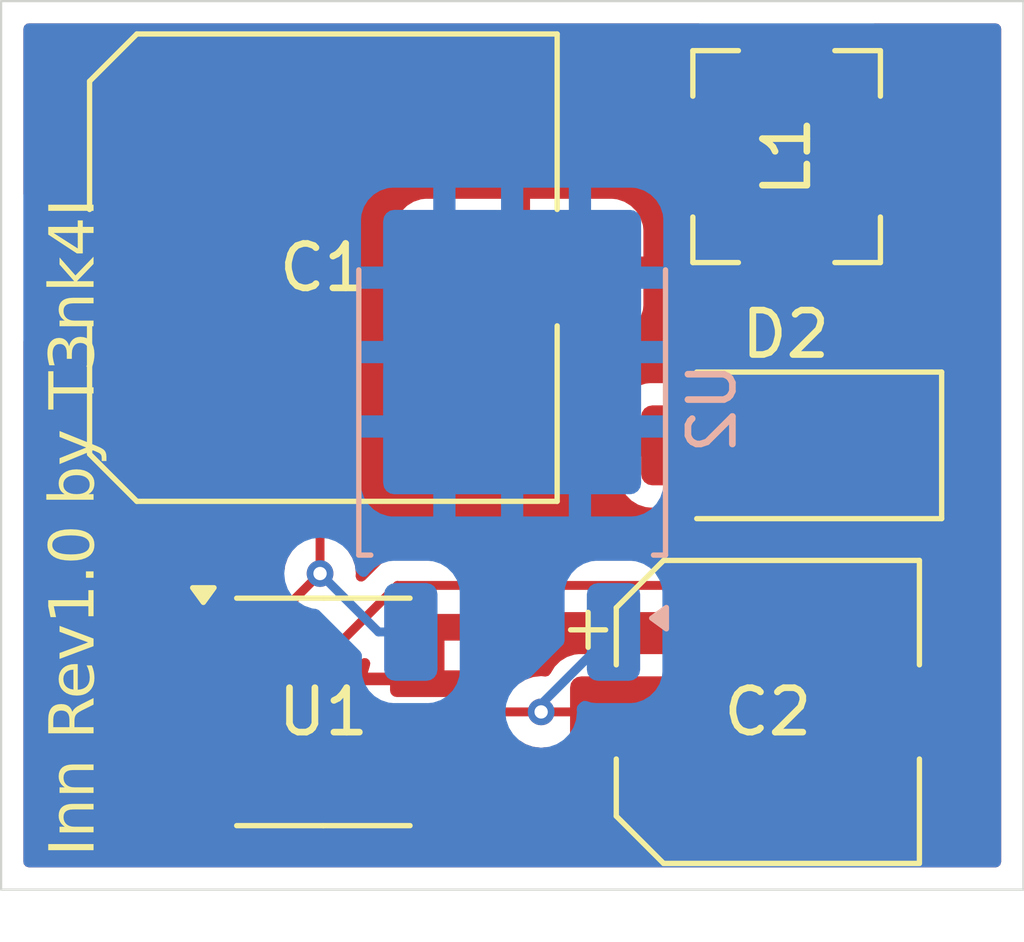
<source format=kicad_pcb>
(kicad_pcb (version 20240108) (generator "pcbnew") (generator_version "8.0")
  (layers (0 "F.Cu" signal) (31 "B.Cu" signal) (34 "B.Paste" user) (35 "F.Paste" user) (36 "B.SilkS" user "B.Silkscreen") (37 "F.SilkS" user "F.Silkscreen") (38 "B.Mask" user) (39 "F.Mask" user) (44 "Edge.Cuts" user))
  (net 0 "")
  (net 1 "GND")
  (net 2 "Net-(U1-VIN)")
  (net 3 "Net-(U1-FB)")
  (net 4 "Net-(D2-K)")
  (footprint "Diode_SMD:D_SMA" (layer "F.Cu") (at 165.9 86 180)
    (property "Reference" "D2" (at 0 2.5 180) (layer "F.SilkS"))
    (property "Value" "D_Schottky")
    (fp_line (start -3.51 1.65) (end 2 1.65) (stroke (width 0.12)) (layer "F.SilkS"))
    (fp_line (start -3.51 -1.65) (end 2 -1.65) (stroke (width 0.12)) (layer "F.SilkS"))
    (fp_line (start -3.51 -1.65) (end -3.51 1.65) (stroke (width 0.12)) (layer "F.SilkS"))
    (pad "1" smd roundrect (at -2 0 180) (size 2.5 1.8) (layers "F.Cu" "F.Paste" "F.Mask") (roundrect_rratio 0.1388888889) (net 4 "Net-(D2-K)"))
    (pad "2" smd roundrect (at 2 0 180) (size 2.5 1.8) (layers "F.Cu" "F.Paste" "F.Mask") (roundrect_rratio 0.1388888889) (net 1 "GND"))
  )
  (footprint "Inductor_SMD:L_Bourns-SRN4018" (layer "F.Cu") (at 165.9225 79.5 90)
    (property "Reference" "L1" (at 0 0 -90) (layer "F.SilkS"))
    (property "Value" "L")
    (fp_line (start 2.385 -2.11) (end 1.36 -2.11) (stroke (width 0.12)) (layer "F.SilkS"))
    (fp_line (start 2.385 -2.11) (end 2.385 -1.085) (stroke (width 0.12)) (layer "F.SilkS"))
    (fp_line (start -2.385 -2.11) (end -1.36 -2.11) (stroke (width 0.12)) (layer "F.SilkS"))
    (fp_line (start -2.385 -2.11) (end -2.385 -1.085) (stroke (width 0.12)) (layer "F.SilkS"))
    (fp_line (start 2.385 2.11) (end 2.385 1.085) (stroke (width 0.12)) (layer "F.SilkS"))
    (fp_line (start 2.385 2.11) (end 1.36 2.11) (stroke (width 0.12)) (layer "F.SilkS"))
    (fp_line (start -2.385 2.11) (end -2.385 1.085) (stroke (width 0.12)) (layer "F.SilkS"))
    (fp_line (start -2.385 2.11) (end -1.36 2.11) (stroke (width 0.12)) (layer "F.SilkS"))
    (pad "1" smd rect (at -1.525 0 90) (size 1.5 3.6) (layers "F.Cu" "F.Paste" "F.Mask") (net 4 "Net-(D2-K)"))
    (pad "2" smd rect (at 1.525 0 90) (size 1.5 3.6) (layers "F.Cu" "F.Paste" "F.Mask") (net 3 "Net-(U1-FB)"))
  )
  (footprint "Capacitor_SMD:CP_Elec_6.3x7.7" (layer "F.Cu") (at 165.5 92)
    (property "Reference" "C2" (at 0 0 0) (layer "F.SilkS"))
    (property "Value" "C_Polarized")
    (fp_line (start -4.4375 -1.8475) (end -3.65 -1.8475) (stroke (width 0.12)) (layer "F.SilkS"))
    (fp_line (start -4.04375 -2.24125) (end -4.04375 -1.45375) (stroke (width 0.12)) (layer "F.SilkS"))
    (fp_line (start -3.41 -2.345563) (end -3.41 -1.06) (stroke (width 0.12)) (layer "F.SilkS"))
    (fp_line (start -3.41 -2.345563) (end -2.345563 -3.41) (stroke (width 0.12)) (layer "F.SilkS"))
    (fp_line (start -3.41 2.345563) (end -3.41 1.06) (stroke (width 0.12)) (layer "F.SilkS"))
    (fp_line (start -3.41 2.345563) (end -2.345563 3.41) (stroke (width 0.12)) (layer "F.SilkS"))
    (fp_line (start -2.345563 -3.41) (end 3.41 -3.41) (stroke (width 0.12)) (layer "F.SilkS"))
    (fp_line (start -2.345563 3.41) (end 3.41 3.41) (stroke (width 0.12)) (layer "F.SilkS"))
    (fp_line (start 3.41 -3.41) (end 3.41 -1.06) (stroke (width 0.12)) (layer "F.SilkS"))
    (fp_line (start 3.41 3.41) (end 3.41 1.06) (stroke (width 0.12)) (layer "F.SilkS"))
    (pad "1" smd roundrect (at -2.7 0) (size 3.5 1.6) (layers "F.Cu" "F.Paste" "F.Mask") (roundrect_rratio 0.15625) (net 3 "Net-(U1-FB)"))
    (pad "2" smd roundrect (at 2.7 0) (size 3.5 1.6) (layers "F.Cu" "F.Paste" "F.Mask") (roundrect_rratio 0.15625) (net 1 "GND"))
  )
  (footprint "Package_SO:SOIC-8_3.9x4.9mm_P1.27mm" (layer "F.Cu") (at 155.5 92)
    (property "Reference" "U1" (at 0 0 0) (layer "F.SilkS"))
    (property "Value" "XL1509-5.0")
    (fp_line (start 0 -2.56) (end -1.95 -2.56) (stroke (width 0.12)) (layer "F.SilkS"))
    (fp_line (start 0 -2.56) (end 1.95 -2.56) (stroke (width 0.12)) (layer "F.SilkS"))
    (fp_line (start 0 2.56) (end -1.95 2.56) (stroke (width 0.12)) (layer "F.SilkS"))
    (fp_line (start 0 2.56) (end 1.95 2.56) (stroke (width 0.12)) (layer "F.SilkS"))
    (fp_poly (pts (xy -2.7 -2.465) (xy -2.94 -2.795) (xy -2.46 -2.795) (xy -2.7 -2.465)) (stroke (width 0.12)) (fill solid) (layer "F.SilkS"))
    (pad "1" smd roundrect (at -2.475 -1.905) (size 1.95 0.6) (layers "F.Cu" "F.Paste" "F.Mask") (net 2 "Net-(U1-VIN)"))
    (pad "2" smd roundrect (at -2.475 -0.635) (size 1.95 0.6) (layers "F.Cu" "F.Paste" "F.Mask") (net 4 "Net-(D2-K)"))
    (pad "3" smd roundrect (at -2.475 0.635) (size 1.95 0.6) (layers "F.Cu" "F.Paste" "F.Mask") (net 3 "Net-(U1-FB)"))
    (pad "4" smd roundrect (at -2.475 1.905) (size 1.95 0.6) (layers "F.Cu" "F.Paste" "F.Mask"))
    (pad "5" smd roundrect (at 2.475 1.905) (size 1.95 0.6) (layers "F.Cu" "F.Paste" "F.Mask") (net 1 "GND"))
    (pad "6" smd roundrect (at 2.475 0.635) (size 1.95 0.6) (layers "F.Cu" "F.Paste" "F.Mask") (net 1 "GND"))
    (pad "7" smd roundrect (at 2.475 -0.635) (size 1.95 0.6) (layers "F.Cu" "F.Paste" "F.Mask") (net 1 "GND"))
    (pad "8" smd roundrect (at 2.475 -1.905) (size 1.95 0.6) (layers "F.Cu" "F.Paste" "F.Mask") (net 1 "GND"))
  )
  (footprint "Capacitor_SMD:C_Elec_10x10.2" (layer "F.Cu") (at 155.5 82)
    (property "Reference" "C1" (at 0 0 0) (layer "F.SilkS"))
    (property "Value" "C")
    (fp_line (start -5.26 -4.195563) (end -5.26 -1.31) (stroke (width 0.12)) (layer "F.SilkS"))
    (fp_line (start -5.26 -4.195563) (end -4.195563 -5.26) (stroke (width 0.12)) (layer "F.SilkS"))
    (fp_line (start -5.26 4.195563) (end -5.26 1.31) (stroke (width 0.12)) (layer "F.SilkS"))
    (fp_line (start -5.26 4.195563) (end -4.195563 5.26) (stroke (width 0.12)) (layer "F.SilkS"))
    (fp_line (start -4.195563 -5.26) (end 5.26 -5.26) (stroke (width 0.12)) (layer "F.SilkS"))
    (fp_line (start -4.195563 5.26) (end 5.26 5.26) (stroke (width 0.12)) (layer "F.SilkS"))
    (fp_line (start 5.26 -5.26) (end 5.26 -1.31) (stroke (width 0.12)) (layer "F.SilkS"))
    (fp_line (start 5.26 5.26) (end 5.26 1.31) (stroke (width 0.12)) (layer "F.SilkS"))
    (pad "1" smd roundrect (at -4.4 0) (size 4.6 2.1) (layers "F.Cu" "F.Paste" "F.Mask") (roundrect_rratio 0.119048) (net 2 "Net-(U1-VIN)"))
    (pad "2" smd roundrect (at 4.4 0) (size 4.6 2.1) (layers "F.Cu" "F.Paste" "F.Mask") (roundrect_rratio 0.119048) (net 1 "GND"))
  )
  (footprint "Package_TO_SOT_SMD:TO-252-2" (layer "B.Cu") (at 159.7475 85.16 90)
    (property "Reference" "U2" (at 0 4.5 -90) (layer "B.SilkS") (effects (justify mirror)))
    (property "Value" "L7805")
    (fp_line (start -3.31 -3.45) (end 3.11 -3.45) (stroke (width 0.12)) (layer "B.SilkS"))
    (fp_line (start -3.31 -3.18) (end -3.31 -3.45) (stroke (width 0.12)) (layer "B.SilkS"))
    (fp_line (start -3.31 3.18) (end -3.31 3.45) (stroke (width 0.12)) (layer "B.SilkS"))
    (fp_line (start -3.31 3.45) (end 3.11 3.45) (stroke (width 0.12)) (layer "B.SilkS"))
    (fp_poly (pts (xy -4.73 3.14) (xy -4.97 3.47) (xy -4.49 3.47) (xy -4.73 3.14)) (stroke (width 0.12)) (fill solid) (layer "B.SilkS"))
    (pad "1" smd roundrect (at -5.04 2.28 90) (size 2.2 1.2) (layers "B.Cu" "B.Paste" "B.Mask") (roundrect_rratio 0.208333) (net 3 "Net-(U1-FB)"))
    (pad "2" smd roundrect (at -0.415 -1.525 90) (size 3.05 2.75) (layers "B.Cu" "B.Paste") (roundrect_rratio 0.090909) (net 1 "GND"))
    (pad "2" smd roundrect (at -0.415 1.525 90) (size 3.05 2.75) (layers "B.Cu" "B.Paste") (roundrect_rratio 0.090909) (net 1 "GND"))
    (pad "2" smd roundrect (at 1.26 0 90) (size 6.4 5.8) (layers "B.Cu" "B.Mask") (roundrect_rratio 0.043103) (net 1 "GND"))
    (pad "2" smd roundrect (at 2.935 -1.525 90) (size 3.05 2.75) (layers "B.Cu" "B.Paste") (roundrect_rratio 0.090909) (net 1 "GND"))
    (pad "2" smd roundrect (at 2.935 1.525 90) (size 3.05 2.75) (layers "B.Cu" "B.Paste") (roundrect_rratio 0.090909) (net 1 "GND"))
    (pad "3" smd roundrect (at -5.04 -2.28 90) (size 2.2 1.2) (layers "B.Cu" "B.Paste" "B.Mask") (roundrect_rratio 0.208333) (net 2 "Net-(U1-VIN)"))
  )
  (gr_rect (start 148.25 76) (end 171.25 96) (stroke (width 0.05)) (fill none) (layer "Edge.Cuts"))
  (gr_text "Inn Rev1.0 by T3nk4I" (at 150.5 95.25 90) (layer "F.SilkS") (effects (font (size 1 1) (thickness 0.1)) (justify left bottom)))
  (segment (start 155.4253 88.8855) (end 154.2158 90.095) (width 0.2) (layer "F.Cu") (net 2))
  (segment (start 151.1 82) (end 155.4253 86.3253) (width 0.2) (layer "F.Cu") (net 2))
  (segment (start 154.2158 90.095) (end 153.025 90.095) (width 0.2) (layer "F.Cu") (net 2))
  (segment (start 155.4253 86.3253) (end 155.4253 88.8855) (width 0.2) (layer "F.Cu") (net 2))
  (via (at 155.4253 88.8855) (size 0.6) (drill 0.3) (layers "F.Cu" "B.Cu") (net 2))
  (segment (start 156.7398 90.2) (end 155.4253 88.8855) (width 0.2) (layer "B.Cu") (net 2))
  (segment (start 157.4675 90.2) (end 156.7398 90.2) (width 0.2) (layer "B.Cu") (net 2))
  (segment (start 160.3996 92) (end 153.66 92) (width 0.2) (layer "F.Cu") (net 3))
  (segment (start 164.352 92) (end 169.4813 86.8707) (width 0.2) (layer "F.Cu") (net 3))
  (segment (start 165.9225 77.975) (end 165.9225 79.0267) (width 0.2) (layer "F.Cu") (net 3))
  (segment (start 162.8 92) (end 164.352 92) (width 0.2) (layer "F.Cu") (net 3))
  (segment (start 169.4813 86.8707) (end 169.4813 81.5338) (width 0.2) (layer "F.Cu") (net 3))
  (segment (start 153.66 92) (end 153.025 92.635) (width 0.2) (layer "F.Cu") (net 3))
  (segment (start 169.4813 81.5338) (end 166.9742 79.0267) (width 0.2) (layer "F.Cu") (net 3))
  (segment (start 166.9742 79.0267) (end 165.9225 79.0267) (width 0.2) (layer "F.Cu") (net 3))
  (segment (start 160.3996 92) (end 162.8 92) (width 0.2) (layer "F.Cu") (net 3))
  (via (at 160.3996 92) (size 0.6) (drill 0.3) (layers "F.Cu" "B.Cu") (net 3))
  (segment (start 160.3996 91.8279) (end 162.0275 90.2) (width 0.2) (layer "B.Cu") (net 3))
  (segment (start 160.3996 92) (end 160.3996 91.8279) (width 0.2) (layer "B.Cu") (net 3))
  (segment (start 164.7472 89.1528) (end 167.9 86) (width 0.2) (layer "F.Cu") (net 4))
  (segment (start 157.1654 89.1528) (end 164.7472 89.1528) (width 0.2) (layer "F.Cu") (net 4))
  (segment (start 165.9225 81.025) (end 165.9225 82.0767) (width 0.2) (layer "F.Cu") (net 4))
  (segment (start 165.9225 82.0767) (end 167.9 84.0542) (width 0.2) (layer "F.Cu") (net 4))
  (segment (start 167.9 84.0542) (end 167.9 86) (width 0.2) (layer "F.Cu") (net 4))
  (segment (start 154.9532 91.365) (end 157.1654 89.1528) (width 0.2) (layer "F.Cu") (net 4))
  (segment (start 153.025 91.365) (end 154.9532 91.365) (width 0.2) (layer "F.Cu") (net 4))
  (zone (net 1) (net_name "GND") (layers "F&B.Cu") (connect_pads (clearance 0.5)) (min_thickness 0.25) (fill yes (thermal_gap 0.5) (thermal_bridge_width 0.5))
    (polygon (pts (xy 148.25 96) (xy 148.25 76) (xy 171.25 76) (xy 171.25 96)))
  )
)
</source>
